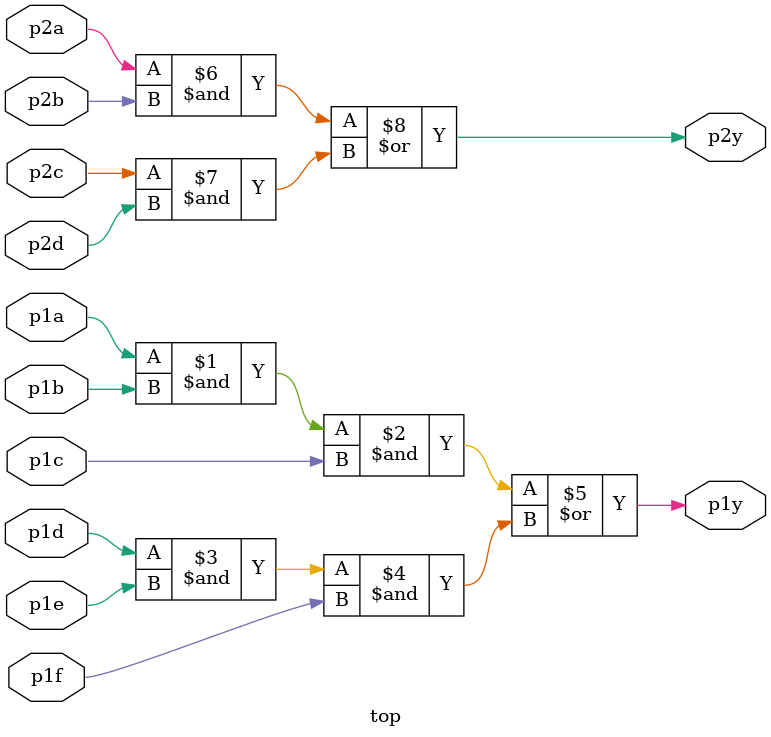
<source format=sv>
module top ( 
    input   wire p1a, p1b, p1c, p1d, p1e, p1f,
    output  wire p1y,
    input   wire p2a, p2b, p2c, p2d,
    output  wire p2y
);
  
  assign p1y = ( p1a & p1b & p1c ) |  ( p1d & p1e & p1f);
  assign p2y = ( p2a & p2b ) |  ( p2c & p2d );

endmodule

</source>
